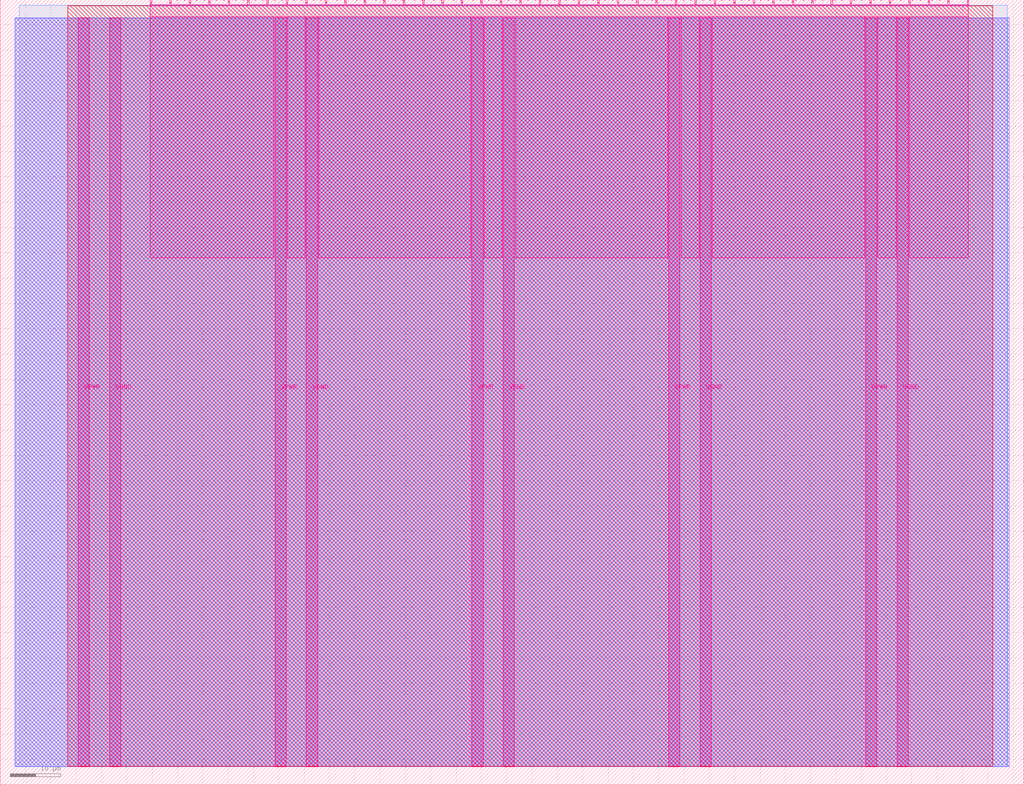
<source format=lef>
VERSION 5.7 ;
  NOWIREEXTENSIONATPIN ON ;
  DIVIDERCHAR "/" ;
  BUSBITCHARS "[]" ;
MACRO tt_um_anas_7193
  CLASS BLOCK ;
  FOREIGN tt_um_anas_7193 ;
  ORIGIN 0.000 0.000 ;
  SIZE 202.080 BY 154.980 ;
  PIN VGND
    DIRECTION INOUT ;
    USE GROUND ;
    PORT
      LAYER Metal5 ;
        RECT 21.580 3.560 23.780 151.420 ;
    END
    PORT
      LAYER Metal5 ;
        RECT 60.450 3.560 62.650 151.420 ;
    END
    PORT
      LAYER Metal5 ;
        RECT 99.320 3.560 101.520 151.420 ;
    END
    PORT
      LAYER Metal5 ;
        RECT 138.190 3.560 140.390 151.420 ;
    END
    PORT
      LAYER Metal5 ;
        RECT 177.060 3.560 179.260 151.420 ;
    END
  END VGND
  PIN VPWR
    DIRECTION INOUT ;
    USE POWER ;
    PORT
      LAYER Metal5 ;
        RECT 15.380 3.560 17.580 151.420 ;
    END
    PORT
      LAYER Metal5 ;
        RECT 54.250 3.560 56.450 151.420 ;
    END
    PORT
      LAYER Metal5 ;
        RECT 93.120 3.560 95.320 151.420 ;
    END
    PORT
      LAYER Metal5 ;
        RECT 131.990 3.560 134.190 151.420 ;
    END
    PORT
      LAYER Metal5 ;
        RECT 170.860 3.560 173.060 151.420 ;
    END
  END VPWR
  PIN clk
    DIRECTION INPUT ;
    USE SIGNAL ;
    ANTENNAGATEAREA 0.213200 ;
    PORT
      LAYER Metal5 ;
        RECT 187.050 153.980 187.350 154.980 ;
    END
  END clk
  PIN ena
    DIRECTION INPUT ;
    USE SIGNAL ;
    ANTENNAGATEAREA 0.180700 ;
    PORT
      LAYER Metal5 ;
        RECT 190.890 153.980 191.190 154.980 ;
    END
  END ena
  PIN rst_n
    DIRECTION INPUT ;
    USE SIGNAL ;
    ANTENNAGATEAREA 0.213200 ;
    PORT
      LAYER Metal5 ;
        RECT 183.210 153.980 183.510 154.980 ;
    END
  END rst_n
  PIN ui_in[0]
    DIRECTION INPUT ;
    USE SIGNAL ;
    ANTENNAGATEAREA 0.213200 ;
    PORT
      LAYER Metal5 ;
        RECT 179.370 153.980 179.670 154.980 ;
    END
  END ui_in[0]
  PIN ui_in[1]
    DIRECTION INPUT ;
    USE SIGNAL ;
    ANTENNAGATEAREA 0.180700 ;
    PORT
      LAYER Metal5 ;
        RECT 175.530 153.980 175.830 154.980 ;
    END
  END ui_in[1]
  PIN ui_in[2]
    DIRECTION INPUT ;
    USE SIGNAL ;
    ANTENNAGATEAREA 0.180700 ;
    PORT
      LAYER Metal5 ;
        RECT 171.690 153.980 171.990 154.980 ;
    END
  END ui_in[2]
  PIN ui_in[3]
    DIRECTION INPUT ;
    USE SIGNAL ;
    ANTENNAGATEAREA 0.213200 ;
    PORT
      LAYER Metal5 ;
        RECT 167.850 153.980 168.150 154.980 ;
    END
  END ui_in[3]
  PIN ui_in[4]
    DIRECTION INPUT ;
    USE SIGNAL ;
    ANTENNAGATEAREA 0.639600 ;
    PORT
      LAYER Metal5 ;
        RECT 164.010 153.980 164.310 154.980 ;
    END
  END ui_in[4]
  PIN ui_in[5]
    DIRECTION INPUT ;
    USE SIGNAL ;
    ANTENNAGATEAREA 0.180700 ;
    PORT
      LAYER Metal5 ;
        RECT 160.170 153.980 160.470 154.980 ;
    END
  END ui_in[5]
  PIN ui_in[6]
    DIRECTION INPUT ;
    USE SIGNAL ;
    ANTENNAGATEAREA 0.180700 ;
    PORT
      LAYER Metal5 ;
        RECT 156.330 153.980 156.630 154.980 ;
    END
  END ui_in[6]
  PIN ui_in[7]
    DIRECTION INPUT ;
    USE SIGNAL ;
    ANTENNAGATEAREA 0.180700 ;
    PORT
      LAYER Metal5 ;
        RECT 152.490 153.980 152.790 154.980 ;
    END
  END ui_in[7]
  PIN uio_in[0]
    DIRECTION INPUT ;
    USE SIGNAL ;
    ANTENNAGATEAREA 0.213200 ;
    PORT
      LAYER Metal5 ;
        RECT 148.650 153.980 148.950 154.980 ;
    END
  END uio_in[0]
  PIN uio_in[1]
    DIRECTION INPUT ;
    USE SIGNAL ;
    ANTENNAGATEAREA 0.180700 ;
    PORT
      LAYER Metal5 ;
        RECT 144.810 153.980 145.110 154.980 ;
    END
  END uio_in[1]
  PIN uio_in[2]
    DIRECTION INPUT ;
    USE SIGNAL ;
    ANTENNAGATEAREA 0.426400 ;
    PORT
      LAYER Metal5 ;
        RECT 140.970 153.980 141.270 154.980 ;
    END
  END uio_in[2]
  PIN uio_in[3]
    DIRECTION INPUT ;
    USE SIGNAL ;
    ANTENNAGATEAREA 0.213200 ;
    PORT
      LAYER Metal5 ;
        RECT 137.130 153.980 137.430 154.980 ;
    END
  END uio_in[3]
  PIN uio_in[4]
    DIRECTION INPUT ;
    USE SIGNAL ;
    ANTENNAGATEAREA 0.213200 ;
    PORT
      LAYER Metal5 ;
        RECT 133.290 153.980 133.590 154.980 ;
    END
  END uio_in[4]
  PIN uio_in[5]
    DIRECTION INPUT ;
    USE SIGNAL ;
    ANTENNAGATEAREA 0.180700 ;
    PORT
      LAYER Metal5 ;
        RECT 129.450 153.980 129.750 154.980 ;
    END
  END uio_in[5]
  PIN uio_in[6]
    DIRECTION INPUT ;
    USE SIGNAL ;
    ANTENNAGATEAREA 0.180700 ;
    PORT
      LAYER Metal5 ;
        RECT 125.610 153.980 125.910 154.980 ;
    END
  END uio_in[6]
  PIN uio_in[7]
    DIRECTION INPUT ;
    USE SIGNAL ;
    ANTENNAGATEAREA 0.180700 ;
    PORT
      LAYER Metal5 ;
        RECT 121.770 153.980 122.070 154.980 ;
    END
  END uio_in[7]
  PIN uio_oe[0]
    DIRECTION OUTPUT ;
    USE SIGNAL ;
    ANTENNADIFFAREA 0.299200 ;
    PORT
      LAYER Metal5 ;
        RECT 56.490 153.980 56.790 154.980 ;
    END
  END uio_oe[0]
  PIN uio_oe[1]
    DIRECTION OUTPUT ;
    USE SIGNAL ;
    ANTENNADIFFAREA 0.299200 ;
    PORT
      LAYER Metal5 ;
        RECT 52.650 153.980 52.950 154.980 ;
    END
  END uio_oe[1]
  PIN uio_oe[2]
    DIRECTION OUTPUT ;
    USE SIGNAL ;
    ANTENNADIFFAREA 0.299200 ;
    PORT
      LAYER Metal5 ;
        RECT 48.810 153.980 49.110 154.980 ;
    END
  END uio_oe[2]
  PIN uio_oe[3]
    DIRECTION OUTPUT ;
    USE SIGNAL ;
    ANTENNADIFFAREA 0.299200 ;
    PORT
      LAYER Metal5 ;
        RECT 44.970 153.980 45.270 154.980 ;
    END
  END uio_oe[3]
  PIN uio_oe[4]
    DIRECTION OUTPUT ;
    USE SIGNAL ;
    ANTENNADIFFAREA 0.299200 ;
    PORT
      LAYER Metal5 ;
        RECT 41.130 153.980 41.430 154.980 ;
    END
  END uio_oe[4]
  PIN uio_oe[5]
    DIRECTION OUTPUT ;
    USE SIGNAL ;
    ANTENNADIFFAREA 0.299200 ;
    PORT
      LAYER Metal5 ;
        RECT 37.290 153.980 37.590 154.980 ;
    END
  END uio_oe[5]
  PIN uio_oe[6]
    DIRECTION OUTPUT ;
    USE SIGNAL ;
    ANTENNADIFFAREA 0.299200 ;
    PORT
      LAYER Metal5 ;
        RECT 33.450 153.980 33.750 154.980 ;
    END
  END uio_oe[6]
  PIN uio_oe[7]
    DIRECTION OUTPUT ;
    USE SIGNAL ;
    ANTENNADIFFAREA 0.299200 ;
    PORT
      LAYER Metal5 ;
        RECT 29.610 153.980 29.910 154.980 ;
    END
  END uio_oe[7]
  PIN uio_out[0]
    DIRECTION OUTPUT ;
    USE SIGNAL ;
    ANTENNADIFFAREA 0.299200 ;
    PORT
      LAYER Metal5 ;
        RECT 87.210 153.980 87.510 154.980 ;
    END
  END uio_out[0]
  PIN uio_out[1]
    DIRECTION OUTPUT ;
    USE SIGNAL ;
    ANTENNADIFFAREA 0.299200 ;
    PORT
      LAYER Metal5 ;
        RECT 83.370 153.980 83.670 154.980 ;
    END
  END uio_out[1]
  PIN uio_out[2]
    DIRECTION OUTPUT ;
    USE SIGNAL ;
    ANTENNADIFFAREA 0.299200 ;
    PORT
      LAYER Metal5 ;
        RECT 79.530 153.980 79.830 154.980 ;
    END
  END uio_out[2]
  PIN uio_out[3]
    DIRECTION OUTPUT ;
    USE SIGNAL ;
    ANTENNADIFFAREA 0.299200 ;
    PORT
      LAYER Metal5 ;
        RECT 75.690 153.980 75.990 154.980 ;
    END
  END uio_out[3]
  PIN uio_out[4]
    DIRECTION OUTPUT ;
    USE SIGNAL ;
    ANTENNADIFFAREA 0.299200 ;
    PORT
      LAYER Metal5 ;
        RECT 71.850 153.980 72.150 154.980 ;
    END
  END uio_out[4]
  PIN uio_out[5]
    DIRECTION OUTPUT ;
    USE SIGNAL ;
    ANTENNADIFFAREA 0.299200 ;
    PORT
      LAYER Metal5 ;
        RECT 68.010 153.980 68.310 154.980 ;
    END
  END uio_out[5]
  PIN uio_out[6]
    DIRECTION OUTPUT ;
    USE SIGNAL ;
    ANTENNADIFFAREA 0.299200 ;
    PORT
      LAYER Metal5 ;
        RECT 64.170 153.980 64.470 154.980 ;
    END
  END uio_out[6]
  PIN uio_out[7]
    DIRECTION OUTPUT ;
    USE SIGNAL ;
    ANTENNADIFFAREA 0.299200 ;
    PORT
      LAYER Metal5 ;
        RECT 60.330 153.980 60.630 154.980 ;
    END
  END uio_out[7]
  PIN uo_out[0]
    DIRECTION OUTPUT ;
    USE SIGNAL ;
    ANTENNADIFFAREA 0.654800 ;
    PORT
      LAYER Metal5 ;
        RECT 117.930 153.980 118.230 154.980 ;
    END
  END uo_out[0]
  PIN uo_out[1]
    DIRECTION OUTPUT ;
    USE SIGNAL ;
    ANTENNAGATEAREA 1.432600 ;
    ANTENNADIFFAREA 0.632400 ;
    PORT
      LAYER Metal5 ;
        RECT 114.090 153.980 114.390 154.980 ;
    END
  END uo_out[1]
  PIN uo_out[2]
    DIRECTION OUTPUT ;
    USE SIGNAL ;
    ANTENNAGATEAREA 1.277900 ;
    ANTENNADIFFAREA 0.632400 ;
    PORT
      LAYER Metal5 ;
        RECT 110.250 153.980 110.550 154.980 ;
    END
  END uo_out[2]
  PIN uo_out[3]
    DIRECTION OUTPUT ;
    USE SIGNAL ;
    ANTENNAGATEAREA 1.219400 ;
    ANTENNADIFFAREA 0.632400 ;
    PORT
      LAYER Metal5 ;
        RECT 106.410 153.980 106.710 154.980 ;
    END
  END uo_out[3]
  PIN uo_out[4]
    DIRECTION OUTPUT ;
    USE SIGNAL ;
    ANTENNAGATEAREA 1.207700 ;
    ANTENNADIFFAREA 0.632400 ;
    PORT
      LAYER Metal5 ;
        RECT 102.570 153.980 102.870 154.980 ;
    END
  END uo_out[4]
  PIN uo_out[5]
    DIRECTION OUTPUT ;
    USE SIGNAL ;
    ANTENNAGATEAREA 1.219400 ;
    ANTENNADIFFAREA 0.632400 ;
    PORT
      LAYER Metal5 ;
        RECT 98.730 153.980 99.030 154.980 ;
    END
  END uo_out[5]
  PIN uo_out[6]
    DIRECTION OUTPUT ;
    USE SIGNAL ;
    ANTENNAGATEAREA 0.977600 ;
    ANTENNADIFFAREA 0.632400 ;
    PORT
      LAYER Metal5 ;
        RECT 94.890 153.980 95.190 154.980 ;
    END
  END uo_out[6]
  PIN uo_out[7]
    DIRECTION OUTPUT ;
    USE SIGNAL ;
    ANTENNADIFFAREA 0.654800 ;
    PORT
      LAYER Metal5 ;
        RECT 91.050 153.980 91.350 154.980 ;
    END
  END uo_out[7]
  OBS
      LAYER GatPoly ;
        RECT 2.880 3.630 199.200 151.350 ;
      LAYER Metal1 ;
        RECT 2.880 3.560 199.200 151.420 ;
      LAYER Metal2 ;
        RECT 3.085 3.680 198.865 151.300 ;
      LAYER Metal3 ;
        RECT 3.740 3.635 198.820 153.865 ;
      LAYER Metal4 ;
        RECT 13.295 3.680 195.985 153.820 ;
      LAYER Metal5 ;
        RECT 30.120 153.770 33.240 153.980 ;
        RECT 33.960 153.770 37.080 153.980 ;
        RECT 37.800 153.770 40.920 153.980 ;
        RECT 41.640 153.770 44.760 153.980 ;
        RECT 45.480 153.770 48.600 153.980 ;
        RECT 49.320 153.770 52.440 153.980 ;
        RECT 53.160 153.770 56.280 153.980 ;
        RECT 57.000 153.770 60.120 153.980 ;
        RECT 60.840 153.770 63.960 153.980 ;
        RECT 64.680 153.770 67.800 153.980 ;
        RECT 68.520 153.770 71.640 153.980 ;
        RECT 72.360 153.770 75.480 153.980 ;
        RECT 76.200 153.770 79.320 153.980 ;
        RECT 80.040 153.770 83.160 153.980 ;
        RECT 83.880 153.770 87.000 153.980 ;
        RECT 87.720 153.770 90.840 153.980 ;
        RECT 91.560 153.770 94.680 153.980 ;
        RECT 95.400 153.770 98.520 153.980 ;
        RECT 99.240 153.770 102.360 153.980 ;
        RECT 103.080 153.770 106.200 153.980 ;
        RECT 106.920 153.770 110.040 153.980 ;
        RECT 110.760 153.770 113.880 153.980 ;
        RECT 114.600 153.770 117.720 153.980 ;
        RECT 118.440 153.770 121.560 153.980 ;
        RECT 122.280 153.770 125.400 153.980 ;
        RECT 126.120 153.770 129.240 153.980 ;
        RECT 129.960 153.770 133.080 153.980 ;
        RECT 133.800 153.770 136.920 153.980 ;
        RECT 137.640 153.770 140.760 153.980 ;
        RECT 141.480 153.770 144.600 153.980 ;
        RECT 145.320 153.770 148.440 153.980 ;
        RECT 149.160 153.770 152.280 153.980 ;
        RECT 153.000 153.770 156.120 153.980 ;
        RECT 156.840 153.770 159.960 153.980 ;
        RECT 160.680 153.770 163.800 153.980 ;
        RECT 164.520 153.770 167.640 153.980 ;
        RECT 168.360 153.770 171.480 153.980 ;
        RECT 172.200 153.770 175.320 153.980 ;
        RECT 176.040 153.770 179.160 153.980 ;
        RECT 179.880 153.770 183.000 153.980 ;
        RECT 183.720 153.770 186.840 153.980 ;
        RECT 187.560 153.770 190.680 153.980 ;
        RECT 29.660 151.630 191.140 153.770 ;
        RECT 29.660 104.015 54.040 151.630 ;
        RECT 56.660 104.015 60.240 151.630 ;
        RECT 62.860 104.015 92.910 151.630 ;
        RECT 95.530 104.015 99.110 151.630 ;
        RECT 101.730 104.015 131.780 151.630 ;
        RECT 134.400 104.015 137.980 151.630 ;
        RECT 140.600 104.015 170.650 151.630 ;
        RECT 173.270 104.015 176.850 151.630 ;
        RECT 179.470 104.015 191.140 151.630 ;
  END
END tt_um_anas_7193
END LIBRARY


</source>
